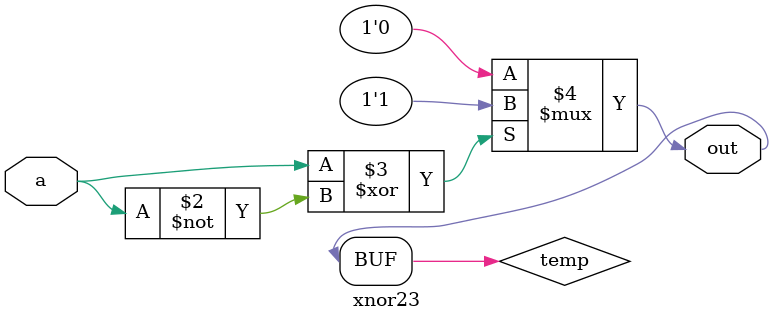
<source format=v>
module xnor23 (
    input wire a,
    output wire out
);

    reg temp;
    always @(*) begin
        temp = (a ^ a == 1'b0) ? 1'b1 : 1'b0;
    end

    assign out = temp;
endmodule

</source>
